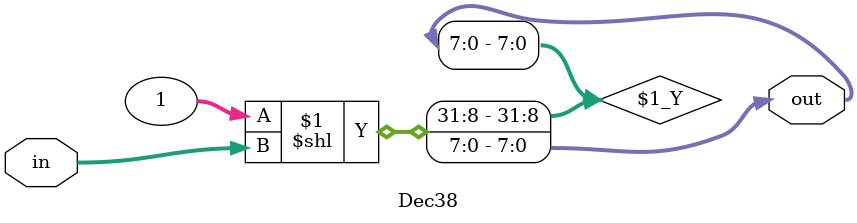
<source format=v>
module Dec38(in, out);
	input [2:0] in;
	output [7:0] out;

	wire [7:0] out = 1 << in;
endmodule

</source>
